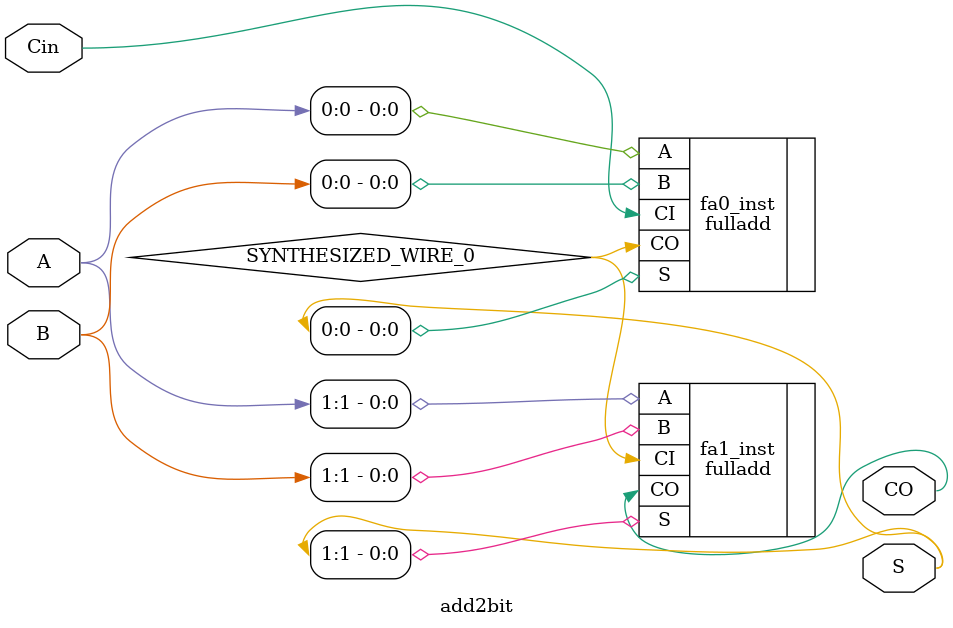
<source format=v>


module add2bit(
	Cin,
	A,
	B,
	CO,
	S
);


input wire	Cin;
input wire	[1:0] A;
input wire	[1:0] B;
output wire	CO;
output wire	[1:0] S;

wire	SYNTHESIZED_WIRE_0;





fulladd	fa0_inst(
	.CI(Cin),
	.B(B[0]),
	.A(A[0]),
	.CO(SYNTHESIZED_WIRE_0),
	.S(S[0]));


fulladd	fa1_inst(
	.CI(SYNTHESIZED_WIRE_0),
	.B(B[1]),
	.A(A[1]),
	.CO(CO),
	.S(S[1]));


endmodule

</source>
